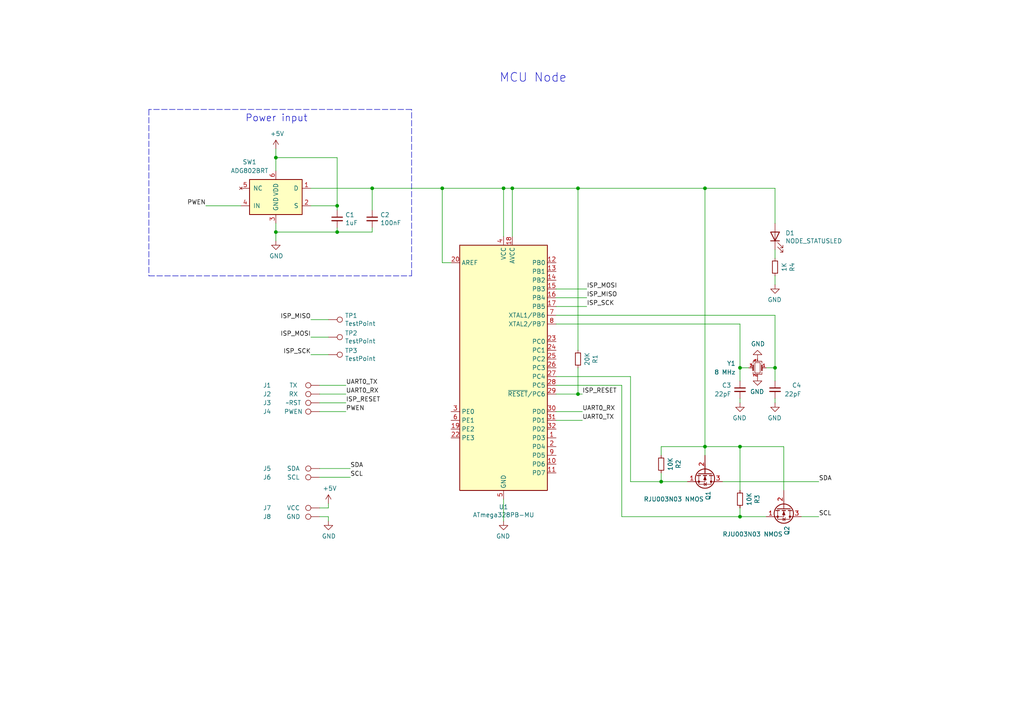
<source format=kicad_sch>
(kicad_sch (version 20211123) (generator eeschema)
  (paper "A4")
  (title_block (title "YktSat Payload MCU Node") (date "2021-11-29") (rev "B0") (company "Sakha Aerospace Systems, LLC") (comment 1 "YKTS-SCH-000003"))
  (lib_symbols
    (symbol "Connector:TestPoint" (pin_numbers hide) (pin_names (offset 0.762) hide)
      (property "Reference" "TP" (at 0 6.858 0))
      (property "Value" "TestPoint" (at 0 5.08 0))
      (symbol "TestPoint_0_1"
        (circle (center 0 3.302) (radius 0.762))
      )
      (symbol "TestPoint_1_1"
        (pin passive line (at 0 0 90) (length 2.54) (name "1") (number "1"))
      )
    )
    (symbol "Device:C_Small" (pin_numbers hide) (pin_names (offset 0.254) hide)
      (property "Reference" "C" (at 0.254 1.778 0))
      (property "Value" "C_Small" (at 0.254 -2.032 0))
      (symbol "C_Small_0_1"
        (polyline (pts (xy -1.524 -0.508) (xy 1.524 -0.508)) (stroke (width 0.3302)))
        (polyline (pts (xy -1.524 0.508) (xy 1.524 0.508)) (stroke (width 0.3048)))
      )
      (symbol "C_Small_1_1"
        (pin passive line (at 0 2.54 270) (length 2.032) (name "~") (number "1"))
        (pin passive line (at 0 -2.54 90) (length 2.032) (name "~") (number "2"))
      )
    )
    (symbol "Device:Crystal_GND24_Small" (pin_names (offset 1.016) hide)
      (property "Reference" "Y" (at 1.27 4.445 0))
      (property "Value" "Crystal_GND24_Small" (at 1.27 2.54 0))
      (symbol "Crystal_GND24_Small_0_1"
        (rectangle (start -0.762 -1.524) (end 0.762 1.524))
        (polyline (pts (xy -1.27 -0.762) (xy -1.27 0.762)) (stroke (width 0.381)))
        (polyline (pts (xy 1.27 -0.762) (xy 1.27 0.762)) (stroke (width 0.381)))
        (polyline (pts (xy -1.27 -1.27) (xy -1.27 -1.905) (xy 1.27 -1.905) (xy 1.27 -1.27)))
        (polyline (pts (xy -1.27 1.27) (xy -1.27 1.905) (xy 1.27 1.905) (xy 1.27 1.27)))
      )
      (symbol "Crystal_GND24_Small_1_1"
        (pin passive line (at -2.54 0 0) (length 1.27) (name "1") (number "1"))
        (pin passive line (at 0 -2.54 90) (length 0.635) (name "2") (number "2"))
        (pin passive line (at 2.54 0 180) (length 1.27) (name "3") (number "3"))
        (pin passive line (at 0 2.54 270) (length 0.635) (name "4") (number "4"))
      )
    )
    (symbol "Device:LED" (pin_numbers hide) (pin_names (offset 1.016) hide)
      (property "Reference" "D" (at 0 2.54 0))
      (property "Value" "LED" (at 0 -2.54 0))
      (symbol "LED_0_1"
        (polyline (pts (xy -1.27 -1.27) (xy -1.27 1.27)) (stroke (width 0.254)))
        (polyline (pts (xy -1.27 0) (xy 1.27 0)))
        (polyline (pts (xy 1.27 -1.27) (xy 1.27 1.27) (xy -1.27 0) (xy 1.27 -1.27)) (stroke (width 0.254)))
        (polyline (pts (xy -3.048 -0.762) (xy -4.572 -2.286) (xy -3.81 -2.286) (xy -4.572 -2.286) (xy -4.572 -1.524)))
        (polyline (pts (xy -1.778 -0.762) (xy -3.302 -2.286) (xy -2.54 -2.286) (xy -3.302 -2.286) (xy -3.302 -1.524)))
      )
      (symbol "LED_1_1"
        (pin passive line (at -3.81 0 0) (length 2.54) (name "K") (number "1"))
        (pin passive line (at 3.81 0 180) (length 2.54) (name "A") (number "2"))
      )
    )
    (symbol "Device:Q_NMOS_SGD" (pin_names (offset 0) hide)
      (property "Reference" "Q" (at 5.08 1.27 0))
      (property "Value" "Q_NMOS_SGD" (at 5.08 -1.27 0))
      (symbol "Q_NMOS_SGD_0_1"
        (polyline (pts (xy 0.254 0) (xy -2.54 0)))
        (polyline (pts (xy 0.254 1.905) (xy 0.254 -1.905)) (stroke (width 0.254)))
        (polyline (pts (xy 0.762 -1.27) (xy 0.762 -2.286)) (stroke (width 0.254)))
        (polyline (pts (xy 0.762 0.508) (xy 0.762 -0.508)) (stroke (width 0.254)))
        (polyline (pts (xy 0.762 2.286) (xy 0.762 1.27)) (stroke (width 0.254)))
        (polyline (pts (xy 2.54 2.54) (xy 2.54 1.778)))
        (polyline (pts (xy 2.54 -2.54) (xy 2.54 0) (xy 0.762 0)))
        (polyline (pts (xy 0.762 -1.778) (xy 3.302 -1.778) (xy 3.302 1.778) (xy 0.762 1.778)))
        (polyline (pts (xy 1.016 0) (xy 2.032 0.381) (xy 2.032 -0.381) (xy 1.016 0)) (fill (type outline)))
        (polyline (pts (xy 2.794 0.508) (xy 2.921 0.381) (xy 3.683 0.381) (xy 3.81 0.254)))
        (polyline (pts (xy 3.302 0.381) (xy 2.921 -0.254) (xy 3.683 -0.254) (xy 3.302 0.381)))
        (circle (center 1.651 0) (radius 2.794) (stroke (width 0.254)))
        (circle (center 2.54 -1.778) (radius 0.254) (fill (type outline)))
        (circle (center 2.54 1.778) (radius 0.254) (fill (type outline)))
      )
      (symbol "Q_NMOS_SGD_1_1"
        (pin passive line (at 2.54 -5.08 90) (length 2.54) (name "S") (number "1"))
        (pin input line (at -5.08 0 0) (length 5.08) (name "G") (number "2"))
        (pin passive line (at 2.54 5.08 270) (length 2.54) (name "D") (number "3"))
      )
    )
    (symbol "Device:R_Small" (pin_numbers hide) (pin_names (offset 0.254) hide)
      (property "Reference" "R" (at 0.762 0.508 0))
      (property "Value" "R_Small" (at 0.762 -1.016 0))
      (symbol "R_Small_0_1"
        (rectangle (start -0.762 1.778) (end 0.762 -1.778) (stroke (width 0.2032)))
      )
      (symbol "R_Small_1_1"
        (pin passive line (at 0 2.54 270) (length 0.762) (name "~") (number "1"))
        (pin passive line (at 0 -2.54 90) (length 0.762) (name "~") (number "2"))
      )
    )
    (symbol "MCU_Microchip_ATmega:ATmega328PB-MU"
      (property "Reference" "U" (at -12.7 36.83 0))
      (property "Value" "ATmega328PB-MU" (at 2.54 -36.83 0))
      (symbol "ATmega328PB-MU_0_1"
        (rectangle (start -12.7 -35.56) (end 12.7 35.56) (stroke (width 0.254)) (fill (type background)))
      )
      (symbol "ATmega328PB-MU_1_1"
        (pin bidirectional line (at 15.24 -20.32 180) (length 2.54) (name "PD3") (number "1"))
        (pin bidirectional line (at 15.24 -27.94 180) (length 2.54) (name "PD6") (number "10"))
        (pin bidirectional line (at 15.24 -30.48 180) (length 2.54) (name "PD7") (number "11"))
        (pin bidirectional line (at 15.24 30.48 180) (length 2.54) (name "PB0") (number "12"))
        (pin bidirectional line (at 15.24 27.94 180) (length 2.54) (name "PB1") (number "13"))
        (pin bidirectional line (at 15.24 25.4 180) (length 2.54) (name "PB2") (number "14"))
        (pin bidirectional line (at 15.24 22.86 180) (length 2.54) (name "PB3") (number "15"))
        (pin bidirectional line (at 15.24 20.32 180) (length 2.54) (name "PB4") (number "16"))
        (pin bidirectional line (at 15.24 17.78 180) (length 2.54) (name "PB5") (number "17"))
        (pin power_in line (at 2.54 38.1 270) (length 2.54) (name "AVCC") (number "18"))
        (pin bidirectional line (at -15.24 -17.78 0) (length 2.54) (name "PE2") (number "19"))
        (pin bidirectional line (at 15.24 -22.86 180) (length 2.54) (name "PD4") (number "2"))
        (pin passive line (at -15.24 30.48 0) (length 2.54) (name "AREF") (number "20"))
        (pin passive line (at 0 -38.1 90) (length 2.54) hide (name "GND") (number "21"))
        (pin bidirectional line (at -15.24 -20.32 0) (length 2.54) (name "PE3") (number "22"))
        (pin bidirectional line (at 15.24 7.62 180) (length 2.54) (name "PC0") (number "23"))
        (pin bidirectional line (at 15.24 5.08 180) (length 2.54) (name "PC1") (number "24"))
        (pin bidirectional line (at 15.24 2.54 180) (length 2.54) (name "PC2") (number "25"))
        (pin bidirectional line (at 15.24 0 180) (length 2.54) (name "PC3") (number "26"))
        (pin bidirectional line (at 15.24 -2.54 180) (length 2.54) (name "PC4") (number "27"))
        (pin bidirectional line (at 15.24 -5.08 180) (length 2.54) (name "PC5") (number "28"))
        (pin bidirectional line (at 15.24 -7.62 180) (length 2.54) (name "~{RESET}/PC6") (number "29"))
        (pin bidirectional line (at -15.24 -12.7 0) (length 2.54) (name "PE0") (number "3"))
        (pin bidirectional line (at 15.24 -12.7 180) (length 2.54) (name "PD0") (number "30"))
        (pin bidirectional line (at 15.24 -15.24 180) (length 2.54) (name "PD1") (number "31"))
        (pin bidirectional line (at 15.24 -17.78 180) (length 2.54) (name "PD2") (number "32"))
        (pin passive line (at 0 -38.1 90) (length 2.54) hide (name "GND") (number "33"))
        (pin power_in line (at 0 38.1 270) (length 2.54) (name "VCC") (number "4"))
        (pin power_in line (at 0 -38.1 90) (length 2.54) (name "GND") (number "5"))
        (pin bidirectional line (at -15.24 -15.24 0) (length 2.54) (name "PE1") (number "6"))
        (pin bidirectional line (at 15.24 15.24 180) (length 2.54) (name "XTAL1/PB6") (number "7"))
        (pin bidirectional line (at 15.24 12.7 180) (length 2.54) (name "XTAL2/PB7") (number "8"))
        (pin bidirectional line (at 15.24 -25.4 180) (length 2.54) (name "PD5") (number "9"))
      )
    )
    (symbol "power:+5V" (power) (pin_names (offset 0))
      (property "Value" "+5V" (at 0 3.556 0))
      (symbol "+5V_0_1"
        (polyline (pts (xy -0.762 1.27) (xy 0 2.54)))
        (polyline (pts (xy 0 0) (xy 0 2.54)))
        (polyline (pts (xy 0 2.54) (xy 0.762 1.27)))
      )
      (symbol "+5V_1_1"
        (pin power_in line (at 0 0 90) (length 0) hide (name "+5V") (number "1"))
      )
    )
    (symbol "power:GND" (power) (pin_names (offset 0))
      (property "Value" "GND" (at 0 -3.81 0))
      (symbol "GND_0_1"
        (polyline (pts (xy 0 0) (xy 0 -1.27) (xy 1.27 -1.27) (xy 0 -2.54) (xy -1.27 -1.27) (xy 0 -1.27)))
      )
      (symbol "GND_1_1"
        (pin power_in line (at 0 0 270) (length 0) hide (name "GND") (number "1"))
      )
    )
    (symbol "yktsat-common:ADG802BRT" (pin_names (offset 1.016))
      (property "Reference" "SW" (at 7.62 6.35 0))
      (property "Value" "ADG802BRT" (at 7.62 3.81 0))
      (symbol "ADG802BRT_0_1"
        (rectangle (start -7.62 2.54) (end 7.62 -7.62) (stroke (width 0.254)) (fill (type background)))
      )
      (symbol "ADG802BRT_1_1"
        (pin input line (at 10.16 0 180) (length 2.54) (name "D") (number "1"))
        (pin input line (at 10.16 -5.08 180) (length 2.54) (name "S") (number "2"))
        (pin power_in line (at 0 -10.16 90) (length 2.54) (name "GND") (number "3"))
        (pin input line (at -10.16 -5.08 0) (length 2.54) (name "IN") (number "4"))
        (pin no_connect line (at -10.16 0 0) (length 2.54) (name "NC") (number "5"))
        (pin power_in line (at 0 5.08 270) (length 2.54) (name "VDD") (number "6"))
      )
    )
  )
  (junction (at 214.63 106.68))
  (junction (at 107.95 54.61))
  (junction (at 214.63 149.86))
  (junction (at 97.79 59.69))
  (junction (at 214.63 129.54))
  (junction (at 80.01 45.72))
  (junction (at 224.79 106.68))
  (junction (at 97.79 67.31))
  (junction (at 146.05 54.61))
  (junction (at 167.64 114.3))
  (junction (at 148.59 54.61))
  (junction (at 167.64 54.61))
  (junction (at 128.27 54.61))
  (junction (at 204.47 129.54))
  (junction (at 191.77 139.7))
  (junction (at 204.47 54.61))
  (junction (at 80.01 67.31))
  (wire (pts (xy 97.79 45.72) (xy 97.79 59.69)))
  (wire (pts (xy 128.27 54.61) (xy 128.27 76.2)))
  (wire (pts (xy 167.64 106.68) (xy 167.64 114.3)))
  (wire (pts (xy 92.71 147.32) (xy 95.25 147.32)))
  (polyline (pts (xy 43.18 80.01) (xy 119.38 80.01)))
  (wire (pts (xy 161.29 91.44) (xy 224.79 91.44)))
  (wire (pts (xy 209.55 139.7) (xy 237.49 139.7)))
  (wire (pts (xy 90.17 102.87) (xy 95.25 102.87)))
  (wire (pts (xy 97.79 67.31) (xy 107.95 67.31)))
  (wire (pts (xy 80.01 45.72) (xy 80.01 49.53)))
  (wire (pts (xy 100.33 116.84) (xy 92.71 116.84)))
  (wire (pts (xy 224.79 72.39) (xy 224.79 74.93)))
  (wire (pts (xy 97.79 66.04) (xy 97.79 67.31)))
  (wire (pts (xy 107.95 60.96) (xy 107.95 54.61)))
  (wire (pts (xy 204.47 129.54) (xy 214.63 129.54)))
  (wire (pts (xy 191.77 139.7) (xy 199.39 139.7)))
  (wire (pts (xy 167.64 54.61) (xy 204.47 54.61)))
  (wire (pts (xy 167.64 114.3) (xy 168.91 114.3)))
  (wire (pts (xy 146.05 54.61) (xy 146.05 68.58)))
  (wire (pts (xy 227.33 129.54) (xy 227.33 142.24)))
  (wire (pts (xy 107.95 67.31) (xy 107.95 66.04)))
  (wire (pts (xy 168.91 119.38) (xy 161.29 119.38)))
  (wire (pts (xy 107.95 54.61) (xy 128.27 54.61)))
  (wire (pts (xy 204.47 54.61) (xy 224.79 54.61)))
  (wire (pts (xy 180.34 111.76) (xy 180.34 149.86)))
  (wire (pts (xy 224.79 54.61) (xy 224.79 64.77)))
  (wire (pts (xy 80.01 64.77) (xy 80.01 67.31)))
  (polyline (pts (xy 119.38 80.01) (xy 119.38 31.75)))
  (wire (pts (xy 101.6 135.89) (xy 92.71 135.89)))
  (wire (pts (xy 214.63 129.54) (xy 227.33 129.54)))
  (wire (pts (xy 180.34 149.86) (xy 214.63 149.86)))
  (wire (pts (xy 214.63 147.32) (xy 214.63 149.86)))
  (wire (pts (xy 148.59 54.61) (xy 167.64 54.61)))
  (wire (pts (xy 148.59 54.61) (xy 148.59 68.58)))
  (wire (pts (xy 146.05 151.13) (xy 146.05 144.78)))
  (wire (pts (xy 90.17 59.69) (xy 97.79 59.69)))
  (wire (pts (xy 161.29 111.76) (xy 180.34 111.76)))
  (wire (pts (xy 170.18 83.82) (xy 161.29 83.82)))
  (wire (pts (xy 214.63 116.84) (xy 214.63 115.57)))
  (wire (pts (xy 80.01 43.18) (xy 80.01 45.72)))
  (wire (pts (xy 214.63 110.49) (xy 214.63 106.68)))
  (wire (pts (xy 128.27 54.61) (xy 146.05 54.61)))
  (wire (pts (xy 100.33 114.3) (xy 92.71 114.3)))
  (wire (pts (xy 224.79 91.44) (xy 224.79 106.68)))
  (wire (pts (xy 92.71 138.43) (xy 101.6 138.43)))
  (wire (pts (xy 214.63 93.98) (xy 161.29 93.98)))
  (wire (pts (xy 224.79 106.68) (xy 222.25 106.68)))
  (wire (pts (xy 224.79 116.84) (xy 224.79 115.57)))
  (wire (pts (xy 90.17 54.61) (xy 107.95 54.61)))
  (wire (pts (xy 95.25 151.13) (xy 95.25 149.86)))
  (wire (pts (xy 170.18 88.9) (xy 161.29 88.9)))
  (wire (pts (xy 204.47 129.54) (xy 204.47 132.08)))
  (wire (pts (xy 214.63 129.54) (xy 214.63 142.24)))
  (wire (pts (xy 59.69 59.69) (xy 69.85 59.69)))
  (wire (pts (xy 161.29 114.3) (xy 167.64 114.3)))
  (wire (pts (xy 214.63 149.86) (xy 222.25 149.86)))
  (wire (pts (xy 97.79 60.96) (xy 97.79 59.69)))
  (wire (pts (xy 182.88 139.7) (xy 191.77 139.7)))
  (wire (pts (xy 90.17 92.71) (xy 95.25 92.71)))
  (wire (pts (xy 161.29 109.22) (xy 182.88 109.22)))
  (wire (pts (xy 130.81 76.2) (xy 128.27 76.2)))
  (wire (pts (xy 224.79 82.55) (xy 224.79 80.01)))
  (wire (pts (xy 167.64 54.61) (xy 167.64 101.6)))
  (wire (pts (xy 80.01 67.31) (xy 97.79 67.31)))
  (wire (pts (xy 92.71 149.86) (xy 95.25 149.86)))
  (wire (pts (xy 204.47 129.54) (xy 191.77 129.54)))
  (wire (pts (xy 97.79 45.72) (xy 80.01 45.72)))
  (wire (pts (xy 191.77 129.54) (xy 191.77 132.08)))
  (wire (pts (xy 214.63 93.98) (xy 214.63 106.68)))
  (wire (pts (xy 161.29 86.36) (xy 170.18 86.36)))
  (wire (pts (xy 232.41 149.86) (xy 237.49 149.86)))
  (wire (pts (xy 146.05 54.61) (xy 148.59 54.61)))
  (wire (pts (xy 191.77 137.16) (xy 191.77 139.7)))
  (wire (pts (xy 182.88 109.22) (xy 182.88 139.7)))
  (polyline (pts (xy 119.38 31.75) (xy 43.18 31.75)))
  (wire (pts (xy 90.17 97.79) (xy 95.25 97.79)))
  (wire (pts (xy 161.29 121.92) (xy 168.91 121.92)))
  (wire (pts (xy 100.33 119.38) (xy 92.71 119.38)))
  (wire (pts (xy 224.79 110.49) (xy 224.79 106.68)))
  (wire (pts (xy 95.25 146.05) (xy 95.25 147.32)))
  (wire (pts (xy 214.63 106.68) (xy 217.17 106.68)))
  (wire (pts (xy 204.47 54.61) (xy 204.47 129.54)))
  (polyline (pts (xy 43.18 31.75) (xy 43.18 80.01)))
  (wire (pts (xy 80.01 67.31) (xy 80.01 69.85)))
  (wire (pts (xy 92.71 111.76) (xy 100.33 111.76)))
  (text "Power input" (at 71.12 35.56 0) (effects (font (size 2.0066 2.0066)) (justify left bottom)))
  (text "MCU Node" (at 144.78 24.13 0) (effects (font (size 2.54 2.54)) (justify left bottom)))
  (label "UART0_TX" (at 168.91 121.92 0))
  (label "SDA" (at 101.6 135.89 0))
  (label "ISP_MOSI" (at 90.17 97.79 180))
  (label "ISP_SCK" (at 90.17 102.87 180))
  (label "PWEN" (at 100.33 119.38 0))
  (label "SDA" (at 237.49 139.7 0))
  (label "ISP_SCK" (at 170.18 88.9 0))
  (label "ISP_MISO" (at 170.18 86.36 0))
  (label "UART0_RX" (at 100.33 114.3 0))
  (label "PWEN" (at 59.69 59.69 180))
  (label "SCL" (at 237.49 149.86 0))
  (label "ISP_RESET" (at 100.33 116.84 0))
  (label "ISP_MOSI" (at 170.18 83.82 0))
  (label "UART0_TX" (at 100.33 111.76 0))
  (label "ISP_MISO" (at 90.17 92.71 180))
  (label "ISP_RESET" (at 168.91 114.3 0))
  (label "SCL" (at 101.6 138.43 0))
  (label "UART0_RX" (at 168.91 119.38 0))
  (symbol (lib_id "Connector:TestPoint") (at 95.25 92.71 270) (unit 1)
    (property "Reference" "TP1" (at 100.0252 91.5416 90) (effects (justify left)))
    (property "Value" "TestPoint" (at 100.0252 93.853 90) (effects (justify left)))
    (property "Footprint" "TestPoint:TestPoint_Pad_D1.0mm" (effects hide))
  )
  (symbol (lib_id "Connector:TestPoint") (at 95.25 97.79 270) (unit 1)
    (property "Reference" "TP2" (at 100.0252 96.6216 90) (effects (justify left)))
    (property "Value" "TestPoint" (at 100.0252 98.933 90) (effects (justify left)))
    (property "Footprint" "TestPoint:TestPoint_Pad_D1.0mm" (effects hide))
  )
  (symbol (lib_id "Connector:TestPoint") (at 95.25 102.87 270) (unit 1)
    (property "Reference" "TP3" (at 100.0252 101.7016 90) (effects (justify left)))
    (property "Value" "TestPoint" (at 100.0252 104.013 90) (effects (justify left)))
    (property "Footprint" "TestPoint:TestPoint_Pad_D1.0mm" (effects hide))
  )
  (symbol (lib_id "Connector:TestPoint") (at 92.71 119.38 90) (unit 1)
    (property "Reference" "J4" (at 77.47 119.38 90))
    (property "Value" "PWEN" (at 85.09 119.38 90))
    (property "Footprint" "ykts-mcu-node:CastellatedHole_1.0mm" (effects hide))
  )
  (symbol (lib_id "Connector:TestPoint") (at 92.71 114.3 90) (unit 1)
    (property "Reference" "J2" (at 77.47 114.3 90))
    (property "Value" "RX" (at 85.09 114.3 90))
    (property "Footprint" "ykts-mcu-node:CastellatedHole_1.0mm" (effects hide))
  )
  (symbol (lib_id "Connector:TestPoint") (at 92.71 116.84 90) (unit 1)
    (property "Reference" "J3" (at 77.47 116.84 90))
    (property "Value" "~RST" (at 85.09 116.84 90))
    (property "Footprint" "ykts-mcu-node:CastellatedHole_1.0mm" (effects hide))
  )
  (symbol (lib_id "Connector:TestPoint") (at 92.71 138.43 90) (unit 1)
    (property "Reference" "J6" (at 77.47 138.43 90))
    (property "Value" "SCL" (at 85.09 138.43 90))
    (property "Footprint" "ykts-mcu-node:CastellatedHole_1.0mm" (effects hide))
  )
  (symbol (lib_id "power:+5V") (at 80.01 43.18 0) (unit 1)
    (property "Reference" "#PWR0101" (effects hide))
    (property "Value" "+5V" (at 80.391 38.7858 0))
  )
  (symbol (lib_id "Connector:TestPoint") (at 92.71 147.32 90) (unit 1)
    (property "Reference" "J7" (at 77.47 147.32 90))
    (property "Value" "VCC" (at 85.09 147.32 90))
    (property "Footprint" "ykts-mcu-node:CastellatedHole_1.0mm" (effects hide))
  )
  (symbol (lib_id "Connector:TestPoint") (at 92.71 135.89 90) (unit 1)
    (property "Reference" "J5" (at 77.47 135.89 90))
    (property "Value" "SDA" (at 85.09 135.89 90))
    (property "Footprint" "ykts-mcu-node:CastellatedHole_1.0mm" (effects hide))
  )
  (symbol (lib_id "Connector:TestPoint") (at 92.71 149.86 90) (unit 1)
    (property "Reference" "J8" (at 77.47 149.86 90))
    (property "Value" "GND" (at 85.09 149.86 90))
    (property "Footprint" "ykts-mcu-node:CastellatedHole_1.0mm" (effects hide))
  )
  (symbol (lib_id "power:GND") (at 95.25 151.13 0) (unit 1)
    (property "Reference" "#PWR0103" (effects hide))
    (property "Value" "GND" (at 95.377 155.5242 0))
  )
  (symbol (lib_id "yktsat-common:ADG802BRT") (at 80.01 54.61 0) (unit 1)
    (property "Reference" "SW1" (at 72.39 46.99 0))
    (property "Value" "ADG802BRT" (at 72.39 49.53 0))
    (property "Footprint" "Package_TO_SOT_SMD:SOT-23-6" (effects hide))
    (property "Datasheet" "https://www.analog.com/media/en/technical-documentation/data-sheets/ADG801_802.pdf" (effects hide))
  )
  (symbol (lib_id "power:GND") (at 224.79 116.84 0) (mirror y) (unit 1)
    (property "Reference" "#PWR08" (effects hide))
    (property "Value" "GND" (at 224.663 121.2342 0))
  )
  (symbol (lib_id "Device:C_Small") (at 97.79 63.5 0) (unit 1)
    (property "Reference" "C1" (at 100.1268 62.3316 0) (effects (justify left)))
    (property "Value" "1uF" (at 100.1268 64.643 0) (effects (justify left)))
    (property "Footprint" "Capacitor_SMD:C_0603_1608Metric" (effects hide))
  )
  (symbol (lib_id "power:GND") (at 146.05 151.13 0) (mirror y) (unit 1)
    (property "Reference" "#PWR03" (effects hide))
    (property "Value" "GND" (at 145.923 155.5242 0))
  )
  (symbol (lib_id "Device:R_Small") (at 167.64 104.14 180) (unit 1)
    (property "Reference" "R1" (at 172.6184 104.14 90))
    (property "Value" "20K" (at 170.307 104.14 90))
    (property "Footprint" "Resistor_SMD:R_0402_1005Metric" (effects hide))
  )
  (symbol (lib_id "power:GND") (at 80.01 69.85 0) (unit 1)
    (property "Reference" "#PWR02" (effects hide))
    (property "Value" "GND" (at 80.137 74.2442 0))
  )
  (symbol (lib_id "Device:C_Small") (at 224.79 113.03 0) (mirror y) (unit 1)
    (property "Reference" "C4" (at 232.41 111.76 0) (effects (justify left)))
    (property "Value" "22pF" (at 232.41 114.3 0) (effects (justify left)))
    (property "Footprint" "Capacitor_SMD:C_0402_1005Metric" (effects hide))
  )
  (symbol (lib_id "power:GND") (at 219.71 104.14 0) (mirror x) (unit 1)
    (property "Reference" "#PWR05" (effects hide))
    (property "Value" "GND" (at 219.837 99.7458 0))
  )
  (symbol (lib_id "power:GND") (at 219.71 109.22 0) (mirror y) (unit 1)
    (property "Reference" "#PWR06" (effects hide))
    (property "Value" "GND" (at 219.583 113.6142 0))
  )
  (symbol (lib_id "Device:LED") (at 224.79 68.58 90) (unit 1)
    (property "Reference" "D1" (at 227.7872 67.5894 90) (effects (justify right)))
    (property "Value" "NODE_STATUSLED" (at 227.7872 69.9008 90) (effects (justify right)))
    (property "Footprint" "LED_SMD:LED_0402_1005Metric" (effects hide))
  )
  (symbol (lib_id "Device:R_Small") (at 224.79 77.47 180) (unit 1)
    (property "Reference" "R4" (at 229.7684 77.47 90))
    (property "Value" "1K" (at 227.457 77.47 90))
    (property "Footprint" "Resistor_SMD:R_0402_1005Metric" (effects hide))
  )
  (symbol (lib_id "Device:C_Small") (at 214.63 113.03 0) (mirror y) (unit 1)
    (property "Reference" "C3" (at 212.09 111.76 0) (effects (justify left)))
    (property "Value" "22pF" (at 212.09 114.3 0) (effects (justify left)))
    (property "Footprint" "Capacitor_SMD:C_0402_1005Metric" (effects hide))
  )
  (symbol (lib_id "power:GND") (at 214.63 116.84 0) (mirror y) (unit 1)
    (property "Reference" "#PWR04" (effects hide))
    (property "Value" "GND" (at 214.503 121.2342 0))
  )
  (symbol (lib_id "Device:Crystal_GND24_Small") (at 219.71 106.68 0) (mirror y) (unit 1)
    (property "Reference" "Y1" (at 213.36 105.41 0) (effects (justify left)))
    (property "Value" "8 MHz" (at 213.36 107.95 0) (effects (justify left)))
    (property "Footprint" "Crystal:Crystal_SMD_3225-4Pin_3.2x2.5mm" (effects hide))
    (property "Part" "7B-8.000MAAJ-T -  CRYSTAL, 8MHZ, 18PF, 5 X 3.2MM" (effects hide))
  )
  (symbol (lib_id "Device:C_Small") (at 107.95 63.5 0) (unit 1)
    (property "Reference" "C2" (at 110.2868 62.3316 0) (effects (justify left)))
    (property "Value" "100nF" (at 110.2868 64.643 0) (effects (justify left)))
    (property "Footprint" "Capacitor_SMD:C_0402_1005Metric" (effects hide))
  )
  (symbol (lib_id "MCU_Microchip_ATmega:ATmega328PB-MU") (at 146.05 106.68 0) (unit 1)
    (property "Reference" "U1" (at 146.05 147.0406 0))
    (property "Value" "ATmega328PB-MU" (at 146.05 149.352 0))
    (property "Footprint" "Package_DFN_QFN:QFN-32-1EP_5x5mm_P0.5mm_EP3.1x3.1mm" (effects hide))
    (property "Datasheet" "http://ww1.microchip.com/downloads/en/DeviceDoc/40001906C.pdf" (effects hide))
  )
  (symbol (lib_id "power:GND") (at 224.79 82.55 0) (mirror y) (unit 1)
    (property "Reference" "#PWR07" (effects hide))
    (property "Value" "GND" (at 224.663 86.9442 0))
  )
  (symbol (lib_id "power:+5V") (at 95.25 146.05 0) (unit 1)
    (property "Reference" "#PWR0102" (effects hide))
    (property "Value" "+5V" (at 95.631 141.6558 0))
  )
  (symbol (lib_id "Device:Q_NMOS_SGD") (at 227.33 147.32 270) (unit 1)
    (property "Reference" "Q2" (at 228.2385 152.527 0) (effects (justify left)))
    (property "Value" "RJU003N03 NMOS" (at 209.55 154.94 90) (effects (justify left)))
    (property "Footprint" "Package_TO_SOT_SMD:SOT-323_SC-70" (effects hide))
  )
  (symbol (lib_id "Device:Q_NMOS_SGD") (at 204.47 137.16 270) (unit 1)
    (property "Reference" "Q1" (at 205.3785 142.367 0) (effects (justify left)))
    (property "Value" "RJU003N03 NMOS" (at 186.69 144.78 90) (effects (justify left)))
    (property "Footprint" "Package_TO_SOT_SMD:SOT-323_SC-70" (effects hide))
  )
  (symbol (lib_id "Device:R_Small") (at 191.77 134.62 180) (unit 1)
    (property "Reference" "R2" (at 196.7484 134.62 90))
    (property "Value" "10K" (at 194.437 134.62 90))
    (property "Footprint" "Resistor_SMD:R_0402_1005Metric" (effects hide))
  )
  (symbol (lib_id "Device:R_Small") (at 214.63 144.78 180) (unit 1)
    (property "Reference" "R3" (at 219.6084 144.78 90))
    (property "Value" "10K" (at 217.297 144.78 90))
    (property "Footprint" "Resistor_SMD:R_0402_1005Metric" (effects hide))
  )
  (symbol (lib_id "Connector:TestPoint") (at 92.71 111.76 90) (unit 1)
    (property "Reference" "J1" (at 77.47 111.76 90))
    (property "Value" "TX" (at 85.09 111.76 90))
    (property "Footprint" "ykts-mcu-node:CastellatedHole_1.0mm" (effects hide))
  )
)
</source>
